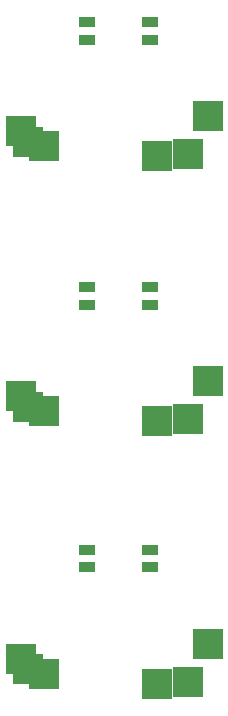
<source format=gbl>
G04 #@! TF.GenerationSoftware,KiCad,Pcbnew,(7.0.0)*
G04 #@! TF.CreationDate,2023-09-22T15:52:11-05:00*
G04 #@! TF.ProjectId,stab_tester,73746162-5f74-4657-9374-65722e6b6963,rev?*
G04 #@! TF.SameCoordinates,Original*
G04 #@! TF.FileFunction,Copper,L2,Bot*
G04 #@! TF.FilePolarity,Positive*
%FSLAX46Y46*%
G04 Gerber Fmt 4.6, Leading zero omitted, Abs format (unit mm)*
G04 Created by KiCad (PCBNEW (7.0.0)) date 2023-09-22 15:52:11*
%MOMM*%
%LPD*%
G01*
G04 APERTURE LIST*
G04 Aperture macros list*
%AMRoundRect*
0 Rectangle with rounded corners*
0 $1 Rounding radius*
0 $2 $3 $4 $5 $6 $7 $8 $9 X,Y pos of 4 corners*
0 Add a 4 corners polygon primitive as box body*
4,1,4,$2,$3,$4,$5,$6,$7,$8,$9,$2,$3,0*
0 Add four circle primitives for the rounded corners*
1,1,$1+$1,$2,$3*
1,1,$1+$1,$4,$5*
1,1,$1+$1,$6,$7*
1,1,$1+$1,$8,$9*
0 Add four rect primitives between the rounded corners*
20,1,$1+$1,$2,$3,$4,$5,0*
20,1,$1+$1,$4,$5,$6,$7,0*
20,1,$1+$1,$6,$7,$8,$9,0*
20,1,$1+$1,$8,$9,$2,$3,0*%
G04 Aperture macros list end*
G04 #@! TA.AperFunction,SMDPad,CuDef*
%ADD10R,2.600000X2.600000*%
G04 #@! TD*
G04 #@! TA.AperFunction,SMDPad,CuDef*
%ADD11R,2.550000X2.500000*%
G04 #@! TD*
G04 #@! TA.AperFunction,SMDPad,CuDef*
%ADD12RoundRect,0.082000X0.618000X-0.328000X0.618000X0.328000X-0.618000X0.328000X-0.618000X-0.328000X0*%
G04 #@! TD*
G04 APERTURE END LIST*
D10*
X110787499Y-83968749D03*
X111387499Y-84868749D03*
D11*
X112772499Y-85248749D03*
D10*
X122337499Y-86068749D03*
X124937499Y-85918749D03*
D11*
X126622499Y-82708749D03*
D12*
X121762500Y-76219751D03*
X121762500Y-74719751D03*
X116362500Y-74719751D03*
X116362500Y-76219751D03*
D10*
X110787499Y-106193749D03*
X111387499Y-107093749D03*
D11*
X112772499Y-107473749D03*
D10*
X122337499Y-108293749D03*
X124937499Y-108143749D03*
D11*
X126622499Y-104933749D03*
D12*
X121762500Y-98444751D03*
X121762500Y-96944751D03*
X116362500Y-96944751D03*
X116362500Y-98444751D03*
D10*
X110787499Y-61511233D03*
X111387499Y-62411233D03*
D11*
X112772499Y-62791233D03*
D10*
X122337499Y-63611233D03*
X124937499Y-63461233D03*
D11*
X126622499Y-60251233D03*
D12*
X121762500Y-53762235D03*
X121762500Y-52262235D03*
X116362500Y-52262235D03*
X116362500Y-53762235D03*
M02*

</source>
